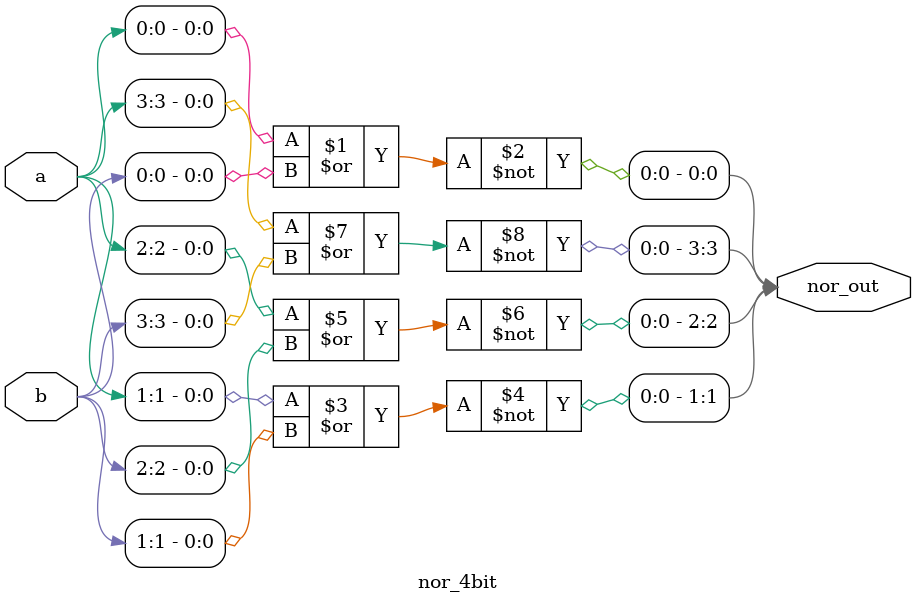
<source format=v>
module nor_4bit (output [3:0] nor_out, input [3:0] a, input [3:0] b);//nor operation occurs for 4-bits numbers
	nor nor0 (nor_out[0], a[0], b[0]);
	nor nor1 (nor_out[1], a[1], b[1]);
	nor nor2 (nor_out[2], a[2], b[2]);
	nor nor3 (nor_out[3], a[3], b[3]);

endmodule

</source>
